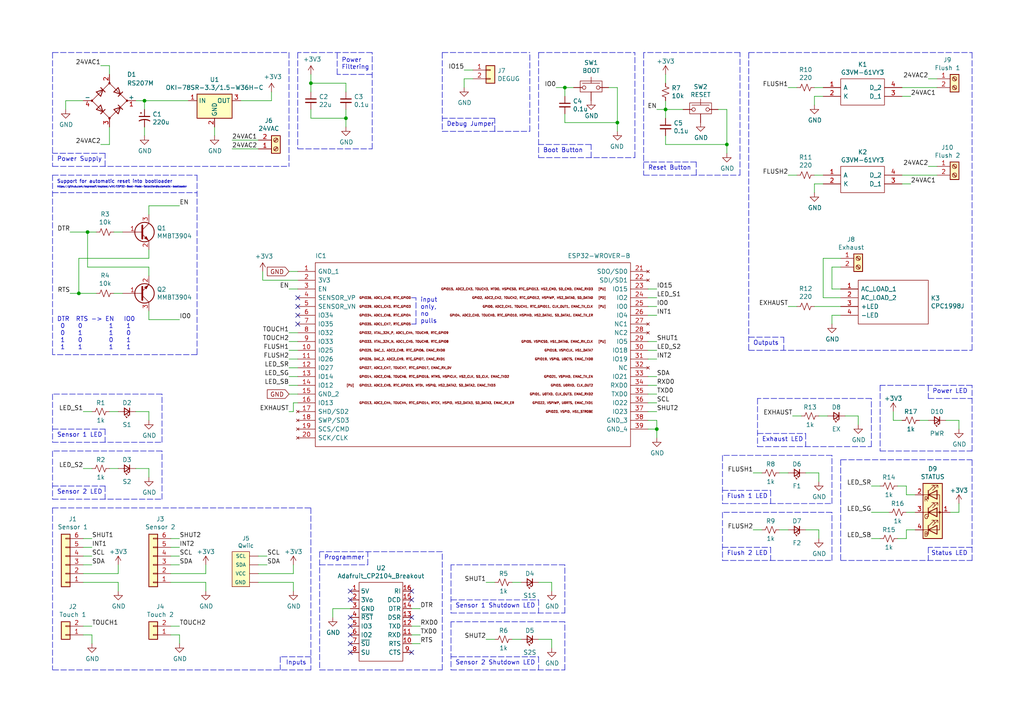
<source format=kicad_sch>
(kicad_sch (version 20211123) (generator eeschema)
  (paper "A4")
  (title_block (title "PottyBox4") (date "2020-03-24") (rev "1"))
  (junction (at 100.33 34.29))
  (junction (at 25.4 67.31))
  (junction (at 190.5 124.46))
  (junction (at 179.07 35.56))
  (junction (at 22.86 85.09))
  (junction (at 210.82 41.91))
  (junction (at 41.91 29.21))
  (junction (at 90.17 24.13))
  (junction (at 163.83 25.4))
  (junction (at 193.04 31.75))
  (no_connect (at 119.38 189.23))
  (no_connect (at 119.38 171.45))
  (no_connect (at 101.6 189.23))
  (no_connect (at 101.6 173.99))
  (no_connect (at 119.38 173.99))
  (no_connect (at 101.6 181.61))
  (no_connect (at 101.6 179.07))
  (no_connect (at 86.36 93.98))
  (no_connect (at 86.36 88.9))
  (no_connect (at 101.6 186.69))
  (no_connect (at 86.36 91.44))
  (no_connect (at 119.38 179.07))
  (no_connect (at 101.6 184.15))
  (no_connect (at 86.36 86.36))
  (no_connect (at 101.6 171.45))
  (wire (pts (xy 24.13 181.61) (xy 26.67 181.61)))
  (wire (pts (xy 100.33 31.75) (xy 100.33 34.29)))
  (wire (pts (xy 148.59 168.91) (xy 151.13 168.91)))
  (wire (pts (xy 243.84 91.44) (xy 241.3 91.44)))
  (polyline (pts (xy 90.17 194.31) (xy 15.24 194.31)))
  (polyline (pts (xy 171.45 41.91) (xy 156.21 41.91)))
  (polyline (pts (xy 86.36 15.24) (xy 86.36 43.18)))
  (wire (pts (xy 261.62 25.4) (xy 271.78 25.4)))
  (wire (pts (xy 83.82 106.68) (xy 86.36 106.68)))
  (wire (pts (xy 233.68 153.67) (xy 237.49 153.67)))
  (polyline (pts (xy 143.51 38.1) (xy 143.51 34.29)))
  (polyline (pts (xy 107.95 15.24) (xy 86.36 15.24)))
  (wire (pts (xy 163.83 35.56) (xy 179.07 35.56)))
  (polyline (pts (xy 130.81 173.99) (xy 156.21 173.99)))
  (polyline (pts (xy 15.24 48.26) (xy 83.82 48.26)))
  (wire (pts (xy 22.86 74.93) (xy 43.18 74.93)))
  (wire (pts (xy 241.3 83.82) (xy 243.84 83.82)))
  (wire (pts (xy 96.52 176.53) (xy 101.6 176.53)))
  (wire (pts (xy 24.13 158.75) (xy 26.67 158.75)))
  (wire (pts (xy 262.89 143.51) (xy 265.43 143.51)))
  (wire (pts (xy 266.7 121.92) (xy 269.24 121.92)))
  (polyline (pts (xy 255.27 111.76) (xy 255.27 130.81)))
  (polyline (pts (xy 201.93 50.8) (xy 201.93 46.99)))
  (polyline (pts (xy 130.81 190.5) (xy 156.21 190.5)))
  (wire (pts (xy 29.21 41.91) (xy 31.75 41.91)))
  (wire (pts (xy 262.89 156.21) (xy 262.89 153.67)))
  (wire (pts (xy 190.5 124.46) (xy 190.5 127)))
  (polyline (pts (xy 281.94 111.76) (xy 255.27 111.76)))
  (polyline (pts (xy 209.55 158.75) (xy 223.52 158.75)))
  (polyline (pts (xy 223.52 142.24) (xy 223.52 146.05)))
  (polyline (pts (xy 186.69 15.24) (xy 186.69 50.8)))
  (polyline (pts (xy 106.68 163.83) (xy 106.68 160.02)))
  (polyline (pts (xy 130.81 180.34) (xy 130.81 194.31)))
  (wire (pts (xy 76.2 78.74) (xy 76.2 81.28)))
  (polyline (pts (xy 217.17 101.6) (xy 281.94 101.6)))
  (wire (pts (xy 100.33 34.29) (xy 100.33 36.83)))
  (polyline (pts (xy 92.71 160.02) (xy 92.71 194.31)))
  (polyline (pts (xy 214.63 15.24) (xy 186.69 15.24)))
  (polyline (pts (xy 90.17 190.5) (xy 81.28 190.5)))
  (polyline (pts (xy 46.99 114.3) (xy 15.24 114.3)))
  (wire (pts (xy 20.32 85.09) (xy 22.86 85.09)))
  (wire (pts (xy 49.53 184.15) (xy 52.07 184.15)))
  (polyline (pts (xy 90.17 147.32) (xy 90.17 194.31)))
  (wire (pts (xy 83.82 78.74) (xy 86.36 78.74)))
  (wire (pts (xy 193.04 21.59) (xy 193.04 24.13)))
  (polyline (pts (xy 163.83 163.83) (xy 130.81 163.83)))
  (wire (pts (xy 83.82 99.06) (xy 86.36 99.06)))
  (wire (pts (xy 59.69 163.83) (xy 59.69 166.37)))
  (wire (pts (xy 261.62 50.8) (xy 271.78 50.8)))
  (wire (pts (xy 119.38 184.15) (xy 121.92 184.15)))
  (wire (pts (xy 187.96 99.06) (xy 190.5 99.06)))
  (wire (pts (xy 39.37 135.89) (xy 43.18 135.89)))
  (polyline (pts (xy 128.27 160.02) (xy 92.71 160.02)))
  (polyline (pts (xy 128.27 15.24) (xy 128.27 38.1)))
  (polyline (pts (xy 128.27 38.1) (xy 153.67 38.1)))
  (polyline (pts (xy 227.33 97.79) (xy 227.33 101.6)))
  (polyline (pts (xy 243.84 133.35) (xy 243.84 162.56)))
  (wire (pts (xy 134.62 22.86) (xy 134.62 25.4)))
  (polyline (pts (xy 223.52 158.75) (xy 223.52 162.56)))
  (wire (pts (xy 187.96 86.36) (xy 190.5 86.36)))
  (polyline (pts (xy 15.24 144.78) (xy 46.99 144.78)))
  (polyline (pts (xy 30.48 44.45) (xy 15.24 44.45)))
  (wire (pts (xy 262.89 148.59) (xy 265.43 148.59)))
  (polyline (pts (xy 46.99 130.81) (xy 15.24 130.81)))
  (polyline (pts (xy 281.94 162.56) (xy 281.94 133.35)))
  (wire (pts (xy 96.52 179.07) (xy 96.52 176.53)))
  (wire (pts (xy 83.82 114.3) (xy 86.36 114.3)))
  (wire (pts (xy 119.38 176.53) (xy 121.92 176.53)))
  (polyline (pts (xy 15.24 114.3) (xy 15.24 128.27)))
  (polyline (pts (xy 30.48 140.97) (xy 30.48 144.78)))
  (polyline (pts (xy 15.24 50.8) (xy 15.24 102.87)))
  (wire (pts (xy 31.75 21.59) (xy 31.75 19.05)))
  (wire (pts (xy 160.02 168.91) (xy 160.02 171.45)))
  (wire (pts (xy 259.08 119.38) (xy 259.08 121.92)))
  (wire (pts (xy 67.31 40.64) (xy 74.93 40.64)))
  (wire (pts (xy 67.31 43.18) (xy 74.93 43.18)))
  (wire (pts (xy 74.93 161.29) (xy 77.47 161.29)))
  (polyline (pts (xy 92.71 163.83) (xy 106.68 163.83)))
  (wire (pts (xy 134.62 22.86) (xy 137.16 22.86)))
  (wire (pts (xy 161.29 25.4) (xy 163.83 25.4)))
  (wire (pts (xy 236.22 25.4) (xy 238.76 25.4)))
  (wire (pts (xy 33.02 67.31) (xy 35.56 67.31)))
  (polyline (pts (xy 15.24 15.24) (xy 83.82 15.24)))
  (polyline (pts (xy 15.24 128.27) (xy 46.99 128.27)))
  (wire (pts (xy 237.49 153.67) (xy 237.49 156.21)))
  (wire (pts (xy 76.2 81.28) (xy 86.36 81.28)))
  (polyline (pts (xy 201.93 46.99) (xy 186.69 46.99)))
  (polyline (pts (xy 209.55 162.56) (xy 241.3 162.56)))
  (polyline (pts (xy 214.63 50.8) (xy 214.63 15.24)))
  (wire (pts (xy 59.69 171.45) (xy 59.69 168.91)))
  (wire (pts (xy 90.17 24.13) (xy 90.17 26.67)))
  (wire (pts (xy 193.04 31.75) (xy 198.12 31.75)))
  (wire (pts (xy 259.08 121.92) (xy 261.62 121.92)))
  (wire (pts (xy 278.13 146.05) (xy 278.13 148.59)))
  (polyline (pts (xy 163.83 194.31) (xy 163.83 180.34)))
  (polyline (pts (xy 156.21 190.5) (xy 156.21 194.31)))
  (polyline (pts (xy 186.69 50.8) (xy 214.63 50.8)))
  (polyline (pts (xy 163.83 177.8) (xy 163.83 163.83)))
  (wire (pts (xy 43.18 90.17) (xy 43.18 92.71)))
  (wire (pts (xy 24.13 166.37) (xy 34.29 166.37)))
  (wire (pts (xy 29.21 19.05) (xy 31.75 19.05)))
  (polyline (pts (xy 171.45 45.72) (xy 171.45 41.91)))
  (polyline (pts (xy 209.55 146.05) (xy 241.3 146.05)))
  (wire (pts (xy 228.6 25.4) (xy 231.14 25.4)))
  (polyline (pts (xy 81.28 190.5) (xy 81.28 194.31)))
  (wire (pts (xy 25.4 77.47) (xy 43.18 77.47)))
  (wire (pts (xy 237.49 120.65) (xy 240.03 120.65)))
  (wire (pts (xy 49.53 161.29) (xy 52.07 161.29)))
  (polyline (pts (xy 252.73 129.54) (xy 252.73 115.57)))
  (polyline (pts (xy 241.3 146.05) (xy 241.3 132.08)))
  (wire (pts (xy 208.28 31.75) (xy 210.82 31.75)))
  (wire (pts (xy 210.82 31.75) (xy 210.82 41.91)))
  (wire (pts (xy 74.93 168.91) (xy 85.09 168.91)))
  (wire (pts (xy 90.17 21.59) (xy 90.17 24.13)))
  (wire (pts (xy 269.24 48.26) (xy 271.78 48.26)))
  (wire (pts (xy 190.5 121.92) (xy 190.5 124.46)))
  (wire (pts (xy 236.22 50.8) (xy 238.76 50.8)))
  (wire (pts (xy 69.85 29.21) (xy 78.74 29.21)))
  (polyline (pts (xy 128.27 194.31) (xy 128.27 160.02)))
  (wire (pts (xy 83.82 111.76) (xy 86.36 111.76)))
  (wire (pts (xy 24.13 163.83) (xy 26.67 163.83)))
  (polyline (pts (xy 30.48 124.46) (xy 30.48 128.27)))
  (wire (pts (xy 134.62 20.32) (xy 137.16 20.32)))
  (wire (pts (xy 19.05 29.21) (xy 19.05 31.75)))
  (wire (pts (xy 85.09 116.84) (xy 86.36 116.84)))
  (wire (pts (xy 187.96 121.92) (xy 190.5 121.92)))
  (wire (pts (xy 275.59 148.59) (xy 278.13 148.59)))
  (polyline (pts (xy 269.24 115.57) (xy 281.94 115.57)))
  (polyline (pts (xy 97.79 21.59) (xy 97.79 15.24)))
  (wire (pts (xy 179.07 25.4) (xy 179.07 35.56)))
  (wire (pts (xy 49.53 168.91) (xy 59.69 168.91)))
  (polyline (pts (xy 15.24 130.81) (xy 15.24 144.78)))
  (polyline (pts (xy 209.55 142.24) (xy 223.52 142.24)))
  (wire (pts (xy 74.93 166.37) (xy 85.09 166.37)))
  (wire (pts (xy 238.76 53.34) (xy 236.22 53.34)))
  (wire (pts (xy 43.18 135.89) (xy 43.18 138.43)))
  (wire (pts (xy 83.82 96.52) (xy 86.36 96.52)))
  (wire (pts (xy 100.33 24.13) (xy 100.33 26.67)))
  (wire (pts (xy 274.32 121.92) (xy 278.13 121.92)))
  (wire (pts (xy 140.97 185.42) (xy 143.51 185.42)))
  (wire (pts (xy 85.09 163.83) (xy 85.09 166.37)))
  (polyline (pts (xy 219.71 115.57) (xy 219.71 129.54)))
  (wire (pts (xy 43.18 80.01) (xy 43.18 77.47)))
  (wire (pts (xy 62.23 36.83) (xy 62.23 39.37)))
  (wire (pts (xy 43.18 59.69) (xy 43.18 62.23)))
  (polyline (pts (xy 217.17 15.24) (xy 217.17 101.6)))
  (wire (pts (xy 252.73 140.97) (xy 255.27 140.97)))
  (wire (pts (xy 31.75 119.38) (xy 34.29 119.38)))
  (polyline (pts (xy 130.81 194.31) (xy 163.83 194.31)))
  (wire (pts (xy 269.24 22.86) (xy 271.78 22.86)))
  (wire (pts (xy 156.21 185.42) (xy 160.02 185.42)))
  (wire (pts (xy 52.07 184.15) (xy 52.07 186.69)))
  (wire (pts (xy 49.53 156.21) (xy 52.07 156.21)))
  (polyline (pts (xy 15.24 15.24) (xy 15.24 48.26)))
  (polyline (pts (xy 209.55 148.59) (xy 209.55 162.56)))
  (polyline (pts (xy 30.48 48.26) (xy 30.48 44.45)))
  (polyline (pts (xy 15.24 147.32) (xy 15.24 194.31)))
  (wire (pts (xy 252.73 148.59) (xy 257.81 148.59)))
  (polyline (pts (xy 153.67 38.1) (xy 153.67 15.24)))
  (wire (pts (xy 187.96 111.76) (xy 190.5 111.76)))
  (wire (pts (xy 156.21 168.91) (xy 160.02 168.91)))
  (wire (pts (xy 243.84 77.47) (xy 241.3 77.47)))
  (wire (pts (xy 193.04 29.21) (xy 193.04 31.75)))
  (wire (pts (xy 163.83 33.02) (xy 163.83 35.56)))
  (wire (pts (xy 33.02 85.09) (xy 35.56 85.09)))
  (polyline (pts (xy 252.73 115.57) (xy 219.71 115.57)))
  (wire (pts (xy 31.75 135.89) (xy 34.29 135.89)))
  (wire (pts (xy 236.22 88.9) (xy 243.84 88.9)))
  (wire (pts (xy 238.76 86.36) (xy 238.76 74.93)))
  (polyline (pts (xy 15.24 55.88) (xy 57.15 55.88)))
  (wire (pts (xy 226.06 153.67) (xy 228.6 153.67)))
  (wire (pts (xy 187.96 109.22) (xy 190.5 109.22)))
  (wire (pts (xy 160.02 185.42) (xy 160.02 187.96)))
  (polyline (pts (xy 269.24 111.76) (xy 269.24 115.57)))
  (polyline (pts (xy 209.55 132.08) (xy 209.55 146.05)))
  (wire (pts (xy 83.82 119.38) (xy 85.09 119.38)))
  (polyline (pts (xy 281.94 158.75) (xy 269.24 158.75)))
  (wire (pts (xy 90.17 34.29) (xy 100.33 34.29)))
  (wire (pts (xy 193.04 39.37) (xy 193.04 41.91)))
  (polyline (pts (xy 281.94 15.24) (xy 281.94 101.6)))
  (wire (pts (xy 218.44 153.67) (xy 220.98 153.67)))
  (polyline (pts (xy 130.81 163.83) (xy 130.81 177.8)))
  (wire (pts (xy 187.96 88.9) (xy 190.5 88.9)))
  (polyline (pts (xy 163.83 180.34) (xy 130.81 180.34)))
  (wire (pts (xy 233.68 137.16) (xy 237.49 137.16)))
  (polyline (pts (xy 130.81 177.8) (xy 163.83 177.8)))
  (polyline (pts (xy 217.17 15.24) (xy 281.94 15.24)))
  (wire (pts (xy 74.93 163.83) (xy 77.47 163.83)))
  (wire (pts (xy 83.82 104.14) (xy 86.36 104.14)))
  (wire (pts (xy 238.76 27.94) (xy 236.22 27.94)))
  (polyline (pts (xy 92.71 194.31) (xy 128.27 194.31)))
  (polyline (pts (xy 156.21 15.24) (xy 156.21 45.72)))
  (wire (pts (xy 49.53 166.37) (xy 59.69 166.37)))
  (wire (pts (xy 228.6 50.8) (xy 231.14 50.8)))
  (polyline (pts (xy 46.99 128.27) (xy 46.99 114.3)))
  (wire (pts (xy 20.32 67.31) (xy 25.4 67.31)))
  (wire (pts (xy 24.13 135.89) (xy 26.67 135.89)))
  (wire (pts (xy 187.96 114.3) (xy 190.5 114.3)))
  (wire (pts (xy 187.96 104.14) (xy 190.5 104.14)))
  (wire (pts (xy 260.35 140.97) (xy 262.89 140.97)))
  (wire (pts (xy 49.53 158.75) (xy 52.07 158.75)))
  (polyline (pts (xy 156.21 173.99) (xy 156.21 177.8)))
  (polyline (pts (xy 255.27 130.81) (xy 281.94 130.81)))
  (wire (pts (xy 236.22 53.34) (xy 236.22 55.88)))
  (wire (pts (xy 24.13 168.91) (xy 34.29 168.91)))
  (wire (pts (xy 243.84 86.36) (xy 238.76 86.36)))
  (wire (pts (xy 34.29 163.83) (xy 34.29 166.37)))
  (wire (pts (xy 228.6 88.9) (xy 231.14 88.9)))
  (wire (pts (xy 187.96 124.46) (xy 190.5 124.46)))
  (wire (pts (xy 237.49 137.16) (xy 237.49 139.7)))
  (polyline (pts (xy 119.38 86.36) (xy 120.65 86.36)))
  (polyline (pts (xy 46.99 144.78) (xy 46.99 130.81)))
  (wire (pts (xy 218.44 137.16) (xy 220.98 137.16)))
  (wire (pts (xy 262.89 140.97) (xy 262.89 143.51)))
  (polyline (pts (xy 217.17 97.79) (xy 227.33 97.79)))
  (wire (pts (xy 43.18 92.71) (xy 52.07 92.71)))
  (wire (pts (xy 229.87 120.65) (xy 232.41 120.65)))
  (polyline (pts (xy 107.95 43.18) (xy 107.95 15.24)))
  (wire (pts (xy 187.96 101.6) (xy 190.5 101.6)))
  (wire (pts (xy 85.09 119.38) (xy 85.09 116.84)))
  (polyline (pts (xy 128.27 15.24) (xy 153.67 15.24)))
  (polyline (pts (xy 143.51 34.29) (xy 128.27 34.29)))
  (wire (pts (xy 24.13 184.15) (xy 26.67 184.15)))
  (wire (pts (xy 252.73 156.21) (xy 255.27 156.21)))
  (wire (pts (xy 24.13 156.21) (xy 26.67 156.21)))
  (polyline (pts (xy 57.15 50.8) (xy 57.15 102.87)))
  (wire (pts (xy 238.76 74.93) (xy 243.84 74.93)))
  (wire (pts (xy 241.3 77.47) (xy 241.3 83.82)))
  (polyline (pts (xy 243.84 133.35) (xy 281.94 133.35)))
  (wire (pts (xy 210.82 41.91) (xy 210.82 44.45)))
  (polyline (pts (xy 241.3 148.59) (xy 209.55 148.59)))
  (wire (pts (xy 43.18 119.38) (xy 43.18 121.92)))
  (wire (pts (xy 25.4 67.31) (xy 25.4 77.47)))
  (wire (pts (xy 245.11 120.65) (xy 248.92 120.65)))
  (wire (pts (xy 236.22 27.94) (xy 236.22 30.48)))
  (polyline (pts (xy 233.68 125.73) (xy 233.68 129.54)))
  (wire (pts (xy 39.37 119.38) (xy 43.18 119.38)))
  (polyline (pts (xy 156.21 15.24) (xy 184.15 15.24)))
  (wire (pts (xy 148.59 185.42) (xy 151.13 185.42)))
  (wire (pts (xy 52.07 59.69) (xy 43.18 59.69)))
  (wire (pts (xy 119.38 186.69) (xy 121.92 186.69)))
  (wire (pts (xy 90.17 24.13) (xy 100.33 24.13)))
  (wire (pts (xy 261.62 53.34) (xy 264.16 53.34)))
  (wire (pts (xy 49.53 163.83) (xy 52.07 163.83)))
  (polyline (pts (xy 241.3 162.56) (xy 241.3 148.59)))
  (wire (pts (xy 85.09 171.45) (xy 85.09 168.91)))
  (wire (pts (xy 179.07 25.4) (xy 176.53 25.4)))
  (wire (pts (xy 187.96 119.38) (xy 190.5 119.38)))
  (wire (pts (xy 41.91 29.21) (xy 54.61 29.21)))
  (polyline (pts (xy 120.65 93.98) (xy 120.65 86.36)))
  (polyline (pts (xy 269.24 158.75) (xy 269.24 162.56)))
  (polyline (pts (xy 15.24 124.46) (xy 30.48 124.46)))
  (wire (pts (xy 278.13 121.92) (xy 278.13 124.46)))
  (wire (pts (xy 187.96 116.84) (xy 190.5 116.84)))
  (polyline (pts (xy 57.15 102.87) (xy 15.24 102.87)))
  (wire (pts (xy 24.13 161.29) (xy 26.67 161.29)))
  (wire (pts (xy 261.62 27.94) (xy 264.16 27.94)))
  (wire (pts (xy 22.86 74.93) (xy 22.86 85.09)))
  (wire (pts (xy 187.96 91.44) (xy 190.5 91.44)))
  (wire (pts (xy 166.37 25.4) (xy 163.83 25.4)))
  (wire (pts (xy 49.53 181.61) (xy 52.07 181.61)))
  (polyline (pts (xy 86.36 43.18) (xy 107.95 43.18)))
  (polyline (pts (xy 15.24 140.97) (xy 30.48 140.97)))
  (polyline (pts (xy 241.3 132.08) (xy 209.55 132.08)))
  (wire (pts (xy 179.07 35.56) (xy 179.07 38.1)))
  (polyline (pts (xy 83.82 15.24) (xy 83.82 48.26)))
  (polyline (pts (xy 281.94 130.81) (xy 281.94 111.76)))
  (wire (pts (xy 262.89 153.67) (xy 265.43 153.67)))
  (polyline (pts (xy 15.24 50.8) (xy 57.15 50.8)))
  (wire (pts (xy 90.17 31.75) (xy 90.17 34.29)))
  (wire (pts (xy 119.38 181.61) (xy 121.92 181.61)))
  (wire (pts (xy 31.75 36.83) (xy 31.75 41.91)))
  (wire (pts (xy 163.83 25.4) (xy 163.83 27.94)))
  (wire (pts (xy 83.82 83.82) (xy 86.36 83.82)))
  (wire (pts (xy 22.86 85.09) (xy 27.94 85.09)))
  (wire (pts (xy 43.18 72.39) (xy 43.18 74.93)))
  (wire (pts (xy 39.37 29.21) (xy 41.91 29.21)))
  (wire (pts (xy 187.96 83.82) (xy 190.5 83.82)))
  (wire (pts (xy 24.13 29.21) (xy 19.05 29.21)))
  (wire (pts (xy 78.74 26.67) (xy 78.74 29.21)))
  (wire (pts (xy 41.91 29.21) (xy 41.91 31.75)))
  (wire (pts (xy 193.04 41.91) (xy 210.82 41.91)))
  (wire (pts (xy 260.35 156.21) (xy 262.89 156.21)))
  (wire (pts (xy 248.92 120.65) (xy 248.92 123.19)))
  (polyline (pts (xy 243.84 162.56) (xy 281.94 162.56)))
  (wire (pts (xy 83.82 101.6) (xy 86.36 101.6)))
  (polyline (pts (xy 107.95 21.59) (xy 97.79 21.59)))
  (wire (pts (xy 241.3 91.44) (xy 241.3 93.98)))
  (wire (pts (xy 24.13 119.38) (xy 26.67 119.38)))
  (wire (pts (xy 140.97 168.91) (xy 143.51 168.91)))
  (polyline (pts (xy 219.71 125.73) (xy 233.68 125.73)))
  (polyline (pts (xy 119.38 93.98) (xy 120.65 93.98)))
  (wire (pts (xy 193.04 31.75) (xy 193.04 34.29)))
  (polyline (pts (xy 156.21 45.72) (xy 184.15 45.72)))
  (wire (pts (xy 226.06 137.16) (xy 228.6 137.16)))
  (wire (pts (xy 34.29 171.45) (xy 34.29 168.91)))
  (polyline (pts (xy 219.71 129.54) (xy 252.73 129.54)))
  (wire (pts (xy 190.5 31.75) (xy 193.04 31.75)))
  (wire (pts (xy 41.91 36.83) (xy 41.91 39.37)))
  (wire (pts (xy 26.67 184.15) (xy 26.67 186.69)))
  (polyline (pts (xy 184.15 45.72) (xy 184.15 15.24)))
  (wire (pts (xy 25.4 67.31) (xy 27.94 67.31)))
  (wire (pts (xy 83.82 109.22) (xy 86.36 109.22)))
  (polyline (pts (xy 15.24 147.32) (xy 90.17 147.32)))
  (text "Sensor 2 Shutdown LED" (at 132.08 193.04 0) (effects (font (size 1.27 1.27)) (justify left bottom)))
  (text "Exhaust LED" (at 220.98 128.27 0) (effects (font (size 1.27 1.27)) (justify left bottom)))
  (text "Sensor 1 Shutdown LED" (at 132.08 176.53 0) (effects (font (size 1.27 1.27)) (justify left bottom)))
  (text "Inputs" (at 88.9 193.04 180) (effects (font (size 1.27 1.27)) (justify right bottom)))
  (text "Boot Button" (at 157.48 44.45 0) (effects (font (size 1.27 1.27)) (justify left bottom)))
  (text "Debug Jumper" (at 129.54 36.83 0) (effects (font (size 1.27 1.27)) (justify left bottom)))
  (text "Power LED" (at 280.67 114.3 180) (effects (font (size 1.27 1.27)) (justify right bottom)))
  (text "Status LED" (at 280.67 161.29 180) (effects (font (size 1.27 1.27)) (justify right bottom)))
  (text "Power\nFiltering" (at 99.06 20.32 0) (effects (font (size 1.27 1.27)) (justify left bottom)))
  (text "Reset Button" (at 187.96 49.53 0) (effects (font (size 1.27 1.27)) (justify left bottom)))
  (text "input\nonly,\nno\npulls" (at 121.92 93.98 0) (effects (font (size 1.27 1.27)) (justify left bottom)))
  (text "Flush 2 LED" (at 210.82 161.29 0) (effects (font (size 1.27 1.27)) (justify left bottom)))
  (text "Sensor 1 LED" (at 16.51 127 0) (effects (font (size 1.27 1.27)) (justify left bottom)))
  (text "Flush 1 LED" (at 210.82 144.78 0) (effects (font (size 1.27 1.27)) (justify left bottom)))
  (text "Support for automatic reset into bootloader" (at 16.51 53.34 0) (effects (font (size 0.9906 0.9906)) (justify left bottom)))
  (text "\nDTR  RTS -> EN   IO0\n 0    0        1    1\n 0    1        1    0\n 1    0        0    1\n 1    1        1    1" (at 16.51 101.6 0) (effects (font (size 1.27 1.27)) (justify left bottom)))
  (text "Programmer" (at 93.98 162.56 0) (effects (font (size 1.27 1.27)) (justify left bottom)))
  (text "https://github.com/espressif/esptool/wiki/ESP32-Boot-Mode-Selection#automatic-bootloader" (at 16.51 54.61 0) (effects (font (size 0.508 0.508)) (justify left bottom)))
  (text "Outputs" (at 218.44 100.33 0) (effects (font (size 1.27 1.27)) (justify left bottom)))
  (text "Power Supply" (at 16.51 46.99 0) (effects (font (size 1.27 1.27)) (justify left bottom)))
  (text "Sensor 2 LED" (at 16.51 143.51 0) (effects (font (size 1.27 1.27)) (justify left bottom)))
  (label "TXD0" (at 190.5 114.3 0))
  (label "EN" (at 190.5 31.75 180))
  (label "DTR" (at 20.32 67.31 180))
  (label "RTS" (at 121.92 186.69 0))
  (label "LED_SR" (at 83.82 106.68 180))
  (label "LED_SG" (at 83.82 109.22 180))
  (label "FLUSH1" (at 228.6 25.4 180))
  (label "SHUT2" (at 52.07 156.21 0))
  (label "TOUCH1" (at 83.82 96.52 180))
  (label "TXD0" (at 121.92 184.15 0))
  (label "LED_SG" (at 252.73 148.59 180))
  (label "EN" (at 83.82 83.82 180))
  (label "RXD0" (at 121.92 181.61 0))
  (label "LED_SR" (at 252.73 140.97 180))
  (label "TOUCH2" (at 52.07 181.61 0))
  (label "EXHAUST" (at 83.82 119.38 180))
  (label "SDA" (at 52.07 163.83 0))
  (label "TOUCH2" (at 83.82 99.06 180))
  (label "FLUSH1" (at 83.82 101.6 180))
  (label "SDA" (at 190.5 109.22 0))
  (label "24VAC1" (at 264.16 27.94 0))
  (label "SCL" (at 52.07 161.29 0))
  (label "RXD0" (at 190.5 111.76 0))
  (label "SDA" (at 77.47 163.83 0))
  (label "TOUCH1" (at 26.67 181.61 0))
  (label "RTS" (at 20.32 85.09 180))
  (label "IO0" (at 190.5 88.9 0))
  (label "LED_S1" (at 24.13 119.38 180))
  (label "SCL" (at 190.5 116.84 0))
  (label "IO15" (at 134.62 20.32 180))
  (label "FLUSH2" (at 218.44 153.67 180))
  (label "24VAC2" (at 269.24 22.86 180))
  (label "SHUT2" (at 140.97 185.42 180))
  (label "24VAC1" (at 67.31 40.64 0))
  (label "IO0" (at 161.29 25.4 180))
  (label "SHUT1" (at 26.67 156.21 0))
  (label "24VAC2" (at 269.24 48.26 180))
  (label "EXHAUST" (at 228.6 88.9 180))
  (label "LED_SB" (at 83.82 111.76 180))
  (label "INT1" (at 26.67 158.75 0))
  (label "IO15" (at 190.5 83.82 0))
  (label "FLUSH1" (at 218.44 137.16 180))
  (label "IO0" (at 52.07 92.71 0))
  (label "SCL" (at 26.67 161.29 0))
  (label "SHUT1" (at 190.5 99.06 0))
  (label "EXHAUST" (at 229.87 120.65 180))
  (label "LED_S2" (at 24.13 135.89 180))
  (label "FLUSH2" (at 228.6 50.8 180))
  (label "SHUT2" (at 190.5 119.38 0))
  (label "SDA" (at 26.67 163.83 0))
  (label "FLUSH2" (at 83.82 104.14 180))
  (label "INT2" (at 52.07 158.75 0))
  (label "24VAC2" (at 29.21 41.91 180))
  (label "DTR" (at 121.92 176.53 0))
  (label "INT2" (at 190.5 104.14 0))
  (label "EN" (at 52.07 59.69 0))
  (label "SHUT1" (at 140.97 168.91 180))
  (label "LED_S2" (at 190.5 101.6 0))
  (label "SCL" (at 77.47 161.29 0))
  (label "LED_S1" (at 190.5 86.36 0))
  (label "24VAC1" (at 29.21 19.05 180))
  (label "LED_SB" (at 252.73 156.21 180))
  (label "24VAC2" (at 67.31 43.18 0))
  (label "24VAC1" (at 264.16 53.34 0))
  (label "INT1" (at 190.5 91.44 0))
  (global_label "GND" (shape input) (at 83.82 114.3 180) (property "Intersheet References" "${INTERSHEET_REFS}" (effects hide)))
  (global_label "GND" (shape input) (at 83.82 78.74 180) (property "Intersheet References" "${INTERSHEET_REFS}" (effects hide)))
  (symbol (lib_id "Breakouts:Adafruit_CP2104_Breakout") (at 104.14 168.91 0) (unit 1)
    (property "Reference" "U2" (at 110.49 164.7444 0))
    (property "Value" "Adafruit_CP2104_Breakout" (at 110.49 167.0558 0))
    (property "Footprint" "Breakouts:Adafruit_CP2104_Friend" (effects hide))
  )
  (symbol (lib_id "ESP32-WROVER-B_(16MB):ESP32-WROVER-B_(16MB)") (at 86.36 78.74 0) (unit 1)
    (property "Reference" "IC1" (at 91.44 74.93 0) (effects (justify left bottom)))
    (property "Value" "ESP32-WROVER-B" (at 182.88 74.93 0) (effects (justify right bottom)))
    (property "Footprint" "ESP32-WROVER-B_(16MB):ESP32WROVERIB16MB" (effects hide))
    (property "Datasheet" "https://www.mouser.es/datasheet/2/891/esp32-wrover-b_datasheet_en-1384674.pdf" (effects hide))
    (property "Description" "WiFi Modules (802.11) SMD Module, ESP32-D0WD, 64Mbits PSRAM, 128Mbits SPI flash, PCB Antenna" (effects hide))
    (property "Height" "3.4" (effects hide))
    (property "Manufacturer_Name" "Espressif" (effects hide))
    (property "Manufacturer_Part_Number" "ESP32-WROVER-B (16MB)" (effects hide))
    (property "Mouser Part Number" "356-ESP32-WROB(16MB)" (effects hide))
  )
  (symbol (lib_id "Transistor_BJT:MMBT3904") (at 40.64 67.31 0) (unit 1)
    (property "Reference" "Q1" (at 45.4914 66.167 0) (effects (justify left)))
    (property "Value" "MMBT3904" (at 45.4914 68.453 0) (effects (justify left)))
    (property "Footprint" "Package_TO_SOT_SMD:SOT-23" (effects hide))
    (property "Datasheet" "https://www.fairchildsemi.com/datasheets/2N/2N3904.pdf" (effects hide))
  )
  (symbol (lib_id "Transistor_BJT:MMBT3904") (at 40.64 85.09 0) (mirror x) (unit 1)
    (property "Reference" "Q2" (at 45.4914 83.947 0) (effects (justify left)))
    (property "Value" "MMBT3904" (at 45.4914 86.233 0) (effects (justify left)))
    (property "Footprint" "Package_TO_SOT_SMD:SOT-23" (effects hide))
    (property "Datasheet" "https://www.fairchildsemi.com/datasheets/2N/2N3904.pdf" (effects hide))
  )
  (symbol (lib_id "Device:R_Small_US") (at 30.48 85.09 270) (unit 1)
    (property "Reference" "R4" (at 30.48 79.9084 90))
    (property "Value" "10k" (at 30.48 82.2198 90))
    (property "Footprint" "Resistor_SMD:R_0603_1608Metric_Pad1.05x0.95mm_HandSolder" (effects hide))
  )
  (symbol (lib_id "Device:R_Small_US") (at 30.48 67.31 270) (unit 1)
    (property "Reference" "R3" (at 30.48 62.1284 90))
    (property "Value" "10k" (at 30.48 64.4398 90))
    (property "Footprint" "Resistor_SMD:R_0603_1608Metric_Pad1.05x0.95mm_HandSolder" (effects hide))
  )
  (symbol (lib_id "power:+3.3V") (at 193.04 21.59 0) (unit 1)
    (property "Reference" "#PWR025" (effects hide))
    (property "Value" "+3.3V" (at 193.04 17.78 0))
  )
  (symbol (lib_id "Device:R_Small_US") (at 193.04 26.67 0) (unit 1)
    (property "Reference" "R7" (at 194.7672 25.527 0) (effects (justify left)))
    (property "Value" "10k" (at 194.7672 27.813 0) (effects (justify left)))
    (property "Footprint" "Resistor_SMD:R_0603_1608Metric_Pad1.05x0.95mm_HandSolder" (effects hide))
  )
  (symbol (lib_id "power:GND") (at 210.82 44.45 0) (unit 1)
    (property "Reference" "#PWR027" (effects hide))
    (property "Value" "GND" (at 210.947 48.8442 0))
  )
  (symbol (lib_id "Device:C_Small") (at 193.04 36.83 0) (unit 1)
    (property "Reference" "C5" (at 195.3768 35.687 0) (effects (justify left)))
    (property "Value" "0.1u" (at 195.3514 37.973 0) (effects (justify left)))
    (property "Footprint" "Capacitor_SMD:C_0603_1608Metric_Pad1.05x0.95mm_HandSolder" (effects hide))
  )
  (symbol (lib_id "power:GND") (at 179.07 38.1 0) (mirror y) (unit 1)
    (property "Reference" "#PWR023" (effects hide))
    (property "Value" "GND" (at 178.943 42.4942 0))
  )
  (symbol (lib_id "power:GND") (at 190.5 127 0) (unit 1)
    (property "Reference" "#PWR024" (effects hide))
    (property "Value" "GND" (at 190.627 131.3942 0))
  )
  (symbol (lib_id "power:+3.3V") (at 90.17 21.59 0) (unit 1)
    (property "Reference" "#PWR016" (effects hide))
    (property "Value" "+3.3V" (at 90.551 17.1958 0))
  )
  (symbol (lib_id "Device:C_Small") (at 90.17 29.21 0) (unit 1)
    (property "Reference" "C2" (at 92.5068 28.067 0) (effects (justify left)))
    (property "Value" "22u" (at 92.4814 30.353 0) (effects (justify left)))
    (property "Footprint" "Capacitor_SMD:C_0603_1608Metric_Pad1.05x0.95mm_HandSolder" (effects hide))
  )
  (symbol (lib_id "Device:C_Small") (at 100.33 29.21 0) (unit 1)
    (property "Reference" "C3" (at 102.6668 28.067 0) (effects (justify left)))
    (property "Value" "0.1u" (at 102.6414 30.353 0) (effects (justify left)))
    (property "Footprint" "Capacitor_SMD:C_0603_1608Metric_Pad1.05x0.95mm_HandSolder" (effects hide))
  )
  (symbol (lib_id "power:GND") (at 100.33 36.83 0) (unit 1)
    (property "Reference" "#PWR018" (effects hide))
    (property "Value" "GND" (at 100.457 41.2242 0))
  )
  (symbol (lib_id "power:GND") (at 96.52 179.07 0) (unit 1)
    (property "Reference" "#PWR017" (effects hide))
    (property "Value" "GND" (at 96.647 183.4642 0))
  )
  (symbol (lib_id "power:GND") (at 237.49 139.7 0) (unit 1)
    (property "Reference" "#PWR030" (effects hide))
    (property "Value" "GND" (at 237.617 144.0942 0))
  )
  (symbol (lib_id "Device:C_Small") (at 163.83 30.48 0) (unit 1)
    (property "Reference" "C4" (at 166.1668 29.337 0) (effects (justify left)))
    (property "Value" "0.1u" (at 166.1414 31.623 0) (effects (justify left)))
    (property "Footprint" "Capacitor_SMD:C_0603_1608Metric_Pad1.05x0.95mm_HandSolder" (effects hide))
  )
  (symbol (lib_id "Device:D_Bridge_+AA-") (at 31.75 29.21 0) (unit 1)
    (property "Reference" "D1" (at 36.83 21.59 0) (effects (justify left)))
    (property "Value" "RS207M" (at 36.83 24.13 0) (effects (justify left)))
    (property "Footprint" "RS207M:RS207M" (effects hide))
  )
  (symbol (lib_id "Connector_Generic:Conn_01x06") (at 44.45 163.83 180) (unit 1)
    (property "Reference" "J3" (at 46.5074 150.5458 0))
    (property "Value" "Sensor 2" (at 46.5074 152.8572 0))
    (property "Footprint" "Connector_JST:JST_SH_SM06B-SRSS-TB_1x06-1MP_P1.00mm_Horizontal" (effects hide))
  )
  (symbol (lib_id "power:GND") (at 19.05 31.75 0) (unit 1)
    (property "Reference" "#PWR01" (effects hide))
    (property "Value" "GND" (at 19.177 36.1442 0))
  )
  (symbol (lib_id "power:GND") (at 160.02 187.96 0) (unit 1)
    (property "Reference" "#PWR021" (effects hide))
    (property "Value" "GND" (at 160.147 192.3542 0))
  )
  (symbol (lib_id "Device:LED_Small") (at 153.67 168.91 180) (unit 1)
    (property "Reference" "D4" (at 153.67 166.37 0))
    (property "Value" "S1S" (at 153.67 172.72 0))
    (property "Footprint" "LED_SMD:LED_0603_1608Metric_Pad1.05x0.95mm_HandSolder" (effects hide))
  )
  (symbol (lib_id "Device:R_Small_US") (at 146.05 168.91 270) (unit 1)
    (property "Reference" "R5" (at 146.05 166.37 90))
    (property "Value" "1k" (at 146.05 171.45 90))
    (property "Footprint" "Resistor_SMD:R_0603_1608Metric_Pad1.05x0.95mm_HandSolder" (effects hide))
  )
  (symbol (lib_id "Device:R_Small_US") (at 146.05 185.42 270) (unit 1)
    (property "Reference" "R6" (at 146.05 182.88 90))
    (property "Value" "1k" (at 146.05 187.96 90))
    (property "Footprint" "Resistor_SMD:R_0603_1608Metric_Pad1.05x0.95mm_HandSolder" (effects hide))
  )
  (symbol (lib_id "Device:LED_Small") (at 153.67 185.42 180) (unit 1)
    (property "Reference" "D5" (at 153.67 182.88 0))
    (property "Value" "S2S" (at 153.67 189.23 0))
    (property "Footprint" "LED_SMD:LED_0603_1608Metric_Pad1.05x0.95mm_HandSolder" (effects hide))
  )
  (symbol (lib_id "power:GND") (at 160.02 171.45 0) (unit 1)
    (property "Reference" "#PWR020" (effects hide))
    (property "Value" "GND" (at 160.147 175.8442 0))
  )
  (symbol (lib_id "Device:LED_Small") (at 271.78 121.92 180) (unit 1)
    (property "Reference" "D10" (at 271.78 119.38 0))
    (property "Value" "PWR" (at 271.78 125.73 0))
    (property "Footprint" "LED_SMD:LED_0603_1608Metric_Pad1.05x0.95mm_HandSolder" (effects hide))
  )
  (symbol (lib_id "Device:R_Small_US") (at 264.16 121.92 270) (unit 1)
    (property "Reference" "R17" (at 264.16 119.38 90))
    (property "Value" "1k" (at 264.16 124.46 90))
    (property "Footprint" "Resistor_SMD:R_0603_1608Metric_Pad1.05x0.95mm_HandSolder" (effects hide))
  )
  (symbol (lib_id "power:GND") (at 278.13 124.46 0) (unit 1)
    (property "Reference" "#PWR035" (effects hide))
    (property "Value" "GND" (at 278.257 128.8542 0))
  )
  (symbol (lib_id "power:GND") (at 41.91 39.37 0) (unit 1)
    (property "Reference" "#PWR05" (effects hide))
    (property "Value" "GND" (at 42.037 43.7642 0))
  )
  (symbol (lib_id "Device:R_Small_US") (at 257.81 140.97 270) (unit 1)
    (property "Reference" "R14" (at 257.81 138.43 90))
    (property "Value" "1k" (at 257.81 143.51 90))
    (property "Footprint" "Resistor_SMD:R_0603_1608Metric_Pad1.05x0.95mm_HandSolder" (effects hide))
  )
  (symbol (lib_id "power:+3.3V") (at 259.08 119.38 0) (unit 1)
    (property "Reference" "#PWR034" (effects hide))
    (property "Value" "+3.3V" (at 259.08 115.57 0))
  )
  (symbol (lib_id "Device:R_Small_US") (at 260.35 148.59 270) (unit 1)
    (property "Reference" "R16" (at 260.35 146.05 90))
    (property "Value" "1k" (at 260.35 151.13 90))
    (property "Footprint" "Resistor_SMD:R_0603_1608Metric_Pad1.05x0.95mm_HandSolder" (effects hide))
  )
  (symbol (lib_id "Device:R_Small_US") (at 257.81 156.21 270) (unit 1)
    (property "Reference" "R15" (at 257.81 153.67 90))
    (property "Value" "1k" (at 257.81 158.75 90))
    (property "Footprint" "Resistor_SMD:R_0603_1608Metric_Pad1.05x0.95mm_HandSolder" (effects hide))
  )
  (symbol (lib_id "Device:C_Polarized_Small_US") (at 41.91 34.29 0) (unit 1)
    (property "Reference" "C1" (at 44.2214 33.147 0) (effects (justify left)))
    (property "Value" "220u" (at 44.2214 35.433 0) (effects (justify left)))
    (property "Footprint" "Capacitor_THT:CP_Radial_D6.3mm_P2.50mm" (effects hide))
  )
  (symbol (lib_id "power:GND") (at 62.23 39.37 0) (unit 1)
    (property "Reference" "#PWR011" (effects hide))
    (property "Value" "GND" (at 62.357 43.7642 0))
  )
  (symbol (lib_id "Device:LED_Small") (at 231.14 153.67 180) (unit 1)
    (property "Reference" "D7" (at 231.14 151.13 0))
    (property "Value" "F2" (at 231.14 157.48 0))
    (property "Footprint" "LED_SMD:LED_0603_1608Metric_Pad1.05x0.95mm_HandSolder" (effects hide))
  )
  (symbol (lib_id "Device:R_Small_US") (at 223.52 153.67 270) (unit 1)
    (property "Reference" "R9" (at 223.52 151.13 90))
    (property "Value" "1k" (at 223.52 156.21 90))
    (property "Footprint" "Resistor_SMD:R_0603_1608Metric_Pad1.05x0.95mm_HandSolder" (effects hide))
  )
  (symbol (lib_id "power:GND") (at 237.49 156.21 0) (unit 1)
    (property "Reference" "#PWR031" (effects hide))
    (property "Value" "GND" (at 237.617 160.6042 0))
  )
  (symbol (lib_id "Device:LED_Small") (at 242.57 120.65 180) (unit 1)
    (property "Reference" "D8" (at 242.57 118.11 0))
    (property "Value" "EX" (at 242.57 124.46 0))
    (property "Footprint" "LED_SMD:LED_0603_1608Metric_Pad1.05x0.95mm_HandSolder" (effects hide))
  )
  (symbol (lib_id "Device:R_Small_US") (at 234.95 120.65 270) (unit 1)
    (property "Reference" "R13" (at 234.95 118.11 90))
    (property "Value" "1k" (at 234.95 123.19 90))
    (property "Footprint" "Resistor_SMD:R_0603_1608Metric_Pad1.05x0.95mm_HandSolder" (effects hide))
  )
  (symbol (lib_id "power:GND") (at 248.92 123.19 0) (unit 1)
    (property "Reference" "#PWR033" (effects hide))
    (property "Value" "GND" (at 249.047 127.5842 0))
  )
  (symbol (lib_id "power:+3.3V") (at 78.74 26.67 0) (unit 1)
    (property "Reference" "#PWR013" (effects hide))
    (property "Value" "+3.3V" (at 79.121 22.2758 0))
  )
  (symbol (lib_id "G3VM-61VY3(TR05):G3VM-61VY3(TR05)") (at 238.76 25.4 0) (unit 1)
    (property "Reference" "K1" (at 250.19 18.6944 0))
    (property "Value" "G3VM-61VY3" (at 250.19 21.0058 0))
    (property "Footprint" "G3VM-61VY3(TR05):SOP254P700X230-4N" (effects hide))
    (property "Datasheet" "https://omronfs.omron.com/en_US/ecb/products/pdf/en-sdbt-022c.pdf" (effects hide))
    (property "Description" "OMRON - G3VM-61VY3(TR05) - MOSFET RELAY, SPST-NO, 0.7A, 60V, SOP" (effects hide))
    (property "Height" "2.3" (effects hide))
    (property "Manufacturer_Name" "Omron Electronics" (effects hide))
    (property "Manufacturer_Part_Number" "G3VM-61VY3(TR05)" (effects hide))
    (property "Mouser Part Number" "653-G3VM-61VY3TR05" (effects hide))
    (property "Mouser Price/Stock" "https://www.mouser.com/Search/Refine.aspx?Keyword=653-G3VM-61VY3TR05" (effects hide))
    (property "Allied_Number" "71240740" (effects hide))
    (property "Allied Price/Stock" "https://www.alliedelec.com/omron-electronic-components-g3vm-61vy3-tr05-/71240740/" (effects hide))
  )
  (symbol (lib_id "G3VM-61VY3(TR05):G3VM-61VY3(TR05)") (at 238.76 50.8 0) (unit 1)
    (property "Reference" "K2" (at 250.19 44.0944 0))
    (property "Value" "G3VM-61VY3" (at 250.19 46.4058 0))
    (property "Footprint" "G3VM-61VY3(TR05):SOP254P700X230-4N" (effects hide))
    (property "Datasheet" "https://omronfs.omron.com/en_US/ecb/products/pdf/en-sdbt-022c.pdf" (effects hide))
    (property "Description" "OMRON - G3VM-61VY3(TR05) - MOSFET RELAY, SPST-NO, 0.7A, 60V, SOP" (effects hide))
    (property "Height" "2.3" (effects hide))
    (property "Manufacturer_Name" "Omron Electronics" (effects hide))
    (property "Manufacturer_Part_Number" "G3VM-61VY3(TR05)" (effects hide))
    (property "Mouser Part Number" "653-G3VM-61VY3TR05" (effects hide))
    (property "Mouser Price/Stock" "https://www.mouser.com/Search/Refine.aspx?Keyword=653-G3VM-61VY3TR05" (effects hide))
    (property "Allied_Number" "71240740" (effects hide))
    (property "Allied Price/Stock" "https://www.alliedelec.com/omron-electronic-components-g3vm-61vy3-tr05-/71240740/" (effects hide))
  )
  (symbol (lib_id "CPC1998J:CPC1998J") (at 243.84 83.82 0) (unit 1)
    (property "Reference" "K3" (at 269.9512 86.487 0) (effects (justify left)))
    (property "Value" "CPC1998J" (at 269.9512 88.773 0) (effects (justify left)))
    (property "Footprint" "CPC1998J:CPC1998J" (effects hide))
    (property "Datasheet" "http://www.ixysic.com/home/pdfs.nsf/www/CPC1998.pdf/$file/CPC1998.pdf" (effects hide))
    (property "Description" "Solid State Relays - PCB Mount SP AC Solid State Power Switch" (effects hide))
    (property "Height" "5.156" (effects hide))
    (property "Manufacturer_Name" "IXYS SEMICONDUCTOR" (effects hide))
    (property "Manufacturer_Part_Number" "CPC1998J" (effects hide))
    (property "Mouser Part Number" "849-CPC1998J" (effects hide))
    (property "Mouser Price/Stock" "https://www.mouser.com/Search/Refine.aspx?Keyword=849-CPC1998J" (effects hide))
  )
  (symbol (lib_id "SparkFun-Connectors:I2C_STANDARDQWIIC") (at 72.39 168.91 0) (unit 1)
    (property "Reference" "J5" (at 71.3232 156.1592 0) (effects (font (size 1.143 1.143))))
    (property "Value" "Qwiic" (at 71.3232 158.2674 0) (effects (font (size 1.143 1.143))))
    (property "Footprint" "Connector_JST:JST_SH_SM04B-SRSS-TB_1x04-1MP_P1.00mm_Horizontal" (effects hide))
    (property "Field4" "CONN-13729" (effects hide))
  )
  (symbol (lib_id "Device:LED_ARGB") (at 270.51 148.59 0) (unit 1)
    (property "Reference" "D9" (at 270.51 135.9916 0))
    (property "Value" "STATUS" (at 270.51 138.303 0))
    (property "Footprint" "ASMB-KTF0-0A306:ASMBKTF00A306" (effects hide))
  )
  (symbol (lib_id "Connector_Generic:Conn_01x02") (at 142.24 20.32 0) (unit 1)
    (property "Reference" "J7" (at 144.272 20.5232 0) (effects (justify left)))
    (property "Value" "DEGUG" (at 144.272 22.8346 0) (effects (justify left)))
    (property "Footprint" "Connector_PinHeader_2.54mm:PinHeader_1x02_P2.54mm_Vertical" (effects hide))
  )
  (symbol (lib_id "power:GND") (at 134.62 25.4 0) (unit 1)
    (property "Reference" "#PWR019" (effects hide))
    (property "Value" "GND" (at 134.747 29.7942 0))
  )
  (symbol (lib_id "power:+3.3V") (at 278.13 146.05 0) (unit 1)
    (property "Reference" "#PWR036" (effects hide))
    (property "Value" "+3.3V" (at 278.13 142.24 0))
  )
  (symbol (lib_id "Device:R_Small_US") (at 223.52 137.16 270) (unit 1)
    (property "Reference" "R8" (at 223.52 134.62 90))
    (property "Value" "1k" (at 223.52 139.7 90))
    (property "Footprint" "Resistor_SMD:R_0603_1608Metric_Pad1.05x0.95mm_HandSolder" (effects hide))
  )
  (symbol (lib_id "Device:LED_Small") (at 231.14 137.16 180) (unit 1)
    (property "Reference" "D6" (at 231.14 134.62 0))
    (property "Value" "F1" (at 231.14 140.97 0))
    (property "Footprint" "LED_SMD:LED_0603_1608Metric_Pad1.05x0.95mm_HandSolder" (effects hide))
  )
  (symbol (lib_id "Connector:Screw_Terminal_01x02") (at 80.01 43.18 0) (mirror x) (unit 1)
    (property "Reference" "J6" (at 77.9526 34.9758 0))
    (property "Value" "24VAC" (at 77.9526 37.2872 0))
    (property "Footprint" "SparkFun-Connectors:SCREWTERMINAL-3.5MM-2" (effects hide))
  )
  (symbol (lib_id "Connector_Generic:Conn_01x02") (at 19.05 184.15 180) (unit 1)
    (property "Reference" "J2" (at 21.1074 175.9458 0))
    (property "Value" "Touch 1" (at 21.1074 178.2572 0))
    (property "Footprint" "Connector_JST:JST_PH_S2B-PH-K_1x02_P2.00mm_Horizontal" (effects hide))
  )
  (symbol (lib_id "Connector_Generic:Conn_01x02") (at 44.45 184.15 180) (unit 1)
    (property "Reference" "J4" (at 46.5074 175.9458 0))
    (property "Value" "Touch 2" (at 46.5074 178.2572 0))
    (property "Footprint" "Connector_JST:JST_PH_S2B-PH-K_1x02_P2.00mm_Horizontal" (effects hide))
  )
  (symbol (lib_id "Connector:Screw_Terminal_01x02") (at 248.92 74.93 0) (unit 1)
    (property "Reference" "J8" (at 246.8372 69.4436 0))
    (property "Value" "Exhaust" (at 246.8626 71.755 0))
    (property "Footprint" "SparkFun-Connectors:SCREWTERMINAL-5MM-2" (effects hide))
  )
  (symbol (lib_id "Connector:Screw_Terminal_01x02") (at 276.86 22.86 0) (unit 1)
    (property "Reference" "J9" (at 274.7772 17.3736 0))
    (property "Value" "Flush 1" (at 274.8026 19.685 0))
    (property "Footprint" "SparkFun-Connectors:SCREWTERMINAL-3.5MM-2" (effects hide))
  )
  (symbol (lib_id "Connector:Screw_Terminal_01x02") (at 276.86 48.26 0) (unit 1)
    (property "Reference" "J10" (at 274.7772 42.7736 0))
    (property "Value" "Flush 2" (at 274.8026 45.085 0))
    (property "Footprint" "SparkFun-Connectors:SCREWTERMINAL-3.5MM-2" (effects hide))
  )
  (symbol (lib_id "Connector_Generic:Conn_01x06") (at 19.05 163.83 180) (unit 1)
    (property "Reference" "J1" (at 21.1074 150.5458 0))
    (property "Value" "Sensor 1" (at 21.1074 152.8572 0))
    (property "Footprint" "Connector_JST:JST_SH_SM06B-SRSS-TB_1x06-1MP_P1.00mm_Horizontal" (effects hide))
  )
  (symbol (lib_id "power:+3.3V") (at 34.29 163.83 0) (unit 1)
    (property "Reference" "#PWR03" (effects hide))
    (property "Value" "+3.3V" (at 34.29 160.02 0))
  )
  (symbol (lib_id "power:+3.3V") (at 59.69 163.83 0) (unit 1)
    (property "Reference" "#PWR09" (effects hide))
    (property "Value" "+3.3V" (at 59.69 160.02 0))
  )
  (symbol (lib_id "power:GND") (at 34.29 171.45 0) (unit 1)
    (property "Reference" "#PWR04" (effects hide))
    (property "Value" "GND" (at 34.417 175.8442 0))
  )
  (symbol (lib_id "power:GND") (at 59.69 171.45 0) (unit 1)
    (property "Reference" "#PWR010" (effects hide))
    (property "Value" "GND" (at 59.817 175.8442 0))
  )
  (symbol (lib_id "power:GND") (at 241.3 93.98 0) (unit 1)
    (property "Reference" "#PWR032" (effects hide))
    (property "Value" "GND" (at 241.427 98.3742 0))
  )
  (symbol (lib_id "power:GND") (at 236.22 30.48 0) (unit 1)
    (property "Reference" "#PWR028" (effects hide))
    (property "Value" "GND" (at 236.347 34.8742 0))
  )
  (symbol (lib_id "power:GND") (at 236.22 55.88 0) (unit 1)
    (property "Reference" "#PWR029" (effects hide))
    (property "Value" "GND" (at 236.347 60.2742 0))
  )
  (symbol (lib_id "power:GND") (at 85.09 171.45 0) (unit 1)
    (property "Reference" "#PWR015" (effects hide))
    (property "Value" "GND" (at 85.217 175.8442 0))
  )
  (symbol (lib_id "power:+3.3V") (at 85.09 163.83 0) (unit 1)
    (property "Reference" "#PWR014" (effects hide))
    (property "Value" "+3.3V" (at 85.09 160.02 0))
  )
  (symbol (lib_id "Converter_DCDC:OKI-78SR-3.3_1.5-W36H-C") (at 62.23 29.21 0) (unit 1)
    (property "Reference" "U1" (at 62.23 23.0886 0))
    (property "Value" "OKI-78SR-3.3/1.5-W36H-C" (at 62.23 25.4 0))
    (property "Footprint" "Converter_DCDC:Converter_DCDC_muRata_OKI-78SR_Horizontal" (effects hide))
    (property "Datasheet" "https://power.murata.com/data/power/oki-78sr.pdf" (effects hide))
  )
  (symbol (lib_id "PTS526_SMG15_SMTR2_LFS:SW_Push_Shielded") (at 171.45 25.4 0) (unit 1)
    (property "Reference" "SW1" (at 171.45 18.1864 0))
    (property "Value" "BOOT" (at 171.45 20.4978 0))
    (property "Footprint" "PTS526_SMG15_SMTR2_LFS:PTS526SMG15SMTR2LFS" (effects hide))
  )
  (symbol (lib_id "power:GND") (at 171.45 29.21 0) (unit 1)
    (property "Reference" "#PWR022" (effects hide))
    (property "Value" "GND" (at 171.577 33.6042 0))
  )
  (symbol (lib_id "PTS526_SMG15_SMTR2_LFS:SW_Push_Shielded") (at 203.2 31.75 0) (unit 1)
    (property "Reference" "SW2" (at 203.2 25.1714 0))
    (property "Value" "RESET" (at 203.2 27.4828 0))
    (property "Footprint" "PTS526_SMG15_SMTR2_LFS:PTS526SMG15SMTR2LFS" (effects hide))
  )
  (symbol (lib_id "power:GND") (at 203.2 35.56 0) (unit 1)
    (property "Reference" "#PWR026" (effects hide))
    (property "Value" "GND" (at 203.327 39.9542 0))
  )
  (symbol (lib_id "power:GND") (at 26.67 186.69 0) (unit 1)
    (property "Reference" "#PWR02" (effects hide))
    (property "Value" "GND" (at 26.797 191.0842 0))
  )
  (symbol (lib_id "power:GND") (at 52.07 186.69 0) (unit 1)
    (property "Reference" "#PWR08" (effects hide))
    (property "Value" "GND" (at 52.197 191.0842 0))
  )
  (symbol (lib_id "Device:R_Small_US") (at 233.68 25.4 270) (unit 1)
    (property "Reference" "R10" (at 233.68 20.2184 90))
    (property "Value" "220" (at 233.68 22.5298 90))
    (property "Footprint" "Resistor_SMD:R_0603_1608Metric_Pad1.05x0.95mm_HandSolder" (effects hide))
  )
  (symbol (lib_id "Device:R_Small_US") (at 233.68 50.8 270) (unit 1)
    (property "Reference" "R11" (at 233.68 45.6184 90))
    (property "Value" "220" (at 233.68 47.9298 90))
    (property "Footprint" "Resistor_SMD:R_0603_1608Metric_Pad1.05x0.95mm_HandSolder" (effects hide))
  )
  (symbol (lib_id "Device:R_Small_US") (at 233.68 88.9 270) (unit 1)
    (property "Reference" "R12" (at 233.68 83.7184 90))
    (property "Value" "220" (at 233.68 86.0298 90))
    (property "Footprint" "Resistor_SMD:R_0603_1608Metric_Pad1.05x0.95mm_HandSolder" (effects hide))
  )
  (symbol (lib_id "power:+3.3V") (at 76.2 78.74 0) (unit 1)
    (property "Reference" "#PWR012" (effects hide))
    (property "Value" "+3.3V" (at 76.581 74.3458 0))
  )
  (symbol (lib_id "Device:R_Small_US") (at 29.21 135.89 270) (unit 1)
    (property "Reference" "R2" (at 29.21 133.35 90))
    (property "Value" "1k" (at 29.21 138.43 90))
    (property "Footprint" "Resistor_SMD:R_0603_1608Metric_Pad1.05x0.95mm_HandSolder" (effects hide))
  )
  (symbol (lib_id "Device:LED_Small") (at 36.83 135.89 180) (unit 1)
    (property "Reference" "D3" (at 36.83 133.35 0))
    (property "Value" "S2" (at 36.83 139.7 0))
    (property "Footprint" "LED_SMD:LED_0603_1608Metric_Pad1.05x0.95mm_HandSolder" (effects hide))
  )
  (symbol (lib_id "power:GND") (at 43.18 138.43 0) (unit 1)
    (property "Reference" "#PWR07" (effects hide))
    (property "Value" "GND" (at 43.307 142.8242 0))
  )
  (symbol (lib_id "power:GND") (at 43.18 121.92 0) (unit 1)
    (property "Reference" "#PWR06" (effects hide))
    (property "Value" "GND" (at 43.307 126.3142 0))
  )
  (symbol (lib_id "Device:R_Small_US") (at 29.21 119.38 270) (unit 1)
    (property "Reference" "R1" (at 29.21 116.84 90))
    (property "Value" "1k" (at 29.21 121.92 90))
    (property "Footprint" "Resistor_SMD:R_0603_1608Metric_Pad1.05x0.95mm_HandSolder" (effects hide))
  )
  (symbol (lib_id "Device:LED_Small") (at 36.83 119.38 180) (unit 1)
    (property "Reference" "D2" (at 36.83 116.84 0))
    (property "Value" "S1" (at 36.83 123.19 0))
    (property "Footprint" "LED_SMD:LED_0603_1608Metric_Pad1.05x0.95mm_HandSolder" (effects hide))
  )
)
</source>
